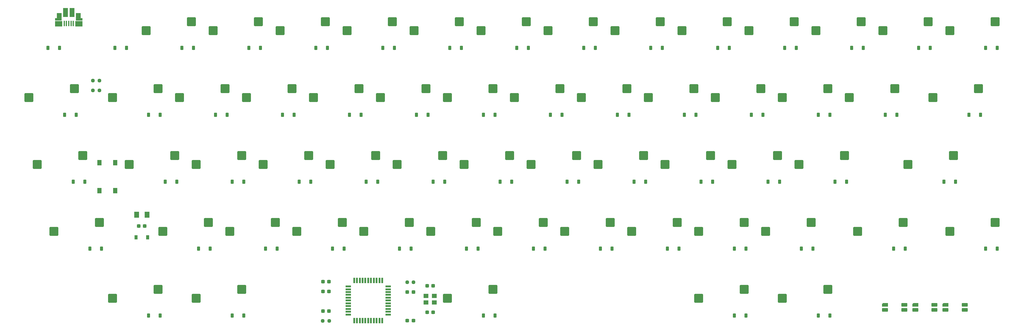
<source format=gbr>
%TF.GenerationSoftware,KiCad,Pcbnew,(6.0.1)*%
%TF.CreationDate,2022-02-05T13:44:01+09:00*%
%TF.ProjectId,yuiop60hh5,7975696f-7036-4306-9868-352e6b696361,5*%
%TF.SameCoordinates,Original*%
%TF.FileFunction,Paste,Bot*%
%TF.FilePolarity,Positive*%
%FSLAX46Y46*%
G04 Gerber Fmt 4.6, Leading zero omitted, Abs format (unit mm)*
G04 Created by KiCad (PCBNEW (6.0.1)) date 2022-02-05 13:44:01*
%MOMM*%
%LPD*%
G01*
G04 APERTURE LIST*
G04 Aperture macros list*
%AMRoundRect*
0 Rectangle with rounded corners*
0 $1 Rounding radius*
0 $2 $3 $4 $5 $6 $7 $8 $9 X,Y pos of 4 corners*
0 Add a 4 corners polygon primitive as box body*
4,1,4,$2,$3,$4,$5,$6,$7,$8,$9,$2,$3,0*
0 Add four circle primitives for the rounded corners*
1,1,$1+$1,$2,$3*
1,1,$1+$1,$4,$5*
1,1,$1+$1,$6,$7*
1,1,$1+$1,$8,$9*
0 Add four rect primitives between the rounded corners*
20,1,$1+$1,$2,$3,$4,$5,0*
20,1,$1+$1,$4,$5,$6,$7,0*
20,1,$1+$1,$6,$7,$8,$9,0*
20,1,$1+$1,$8,$9,$2,$3,0*%
%AMOutline5P*
0 Free polygon, 5 corners , with rotation*
0 The origin of the aperture is its center*
0 number of corners: always 5*
0 $1 to $10 corner X, Y*
0 $11 Rotation angle, in degrees counterclockwise*
0 create outline with 5 corners*
4,1,5,$1,$2,$3,$4,$5,$6,$7,$8,$9,$10,$1,$2,$11*%
%AMOutline6P*
0 Free polygon, 6 corners , with rotation*
0 The origin of the aperture is its center*
0 number of corners: always 6*
0 $1 to $12 corner X, Y*
0 $13 Rotation angle, in degrees counterclockwise*
0 create outline with 6 corners*
4,1,6,$1,$2,$3,$4,$5,$6,$7,$8,$9,$10,$11,$12,$1,$2,$13*%
%AMOutline7P*
0 Free polygon, 7 corners , with rotation*
0 The origin of the aperture is its center*
0 number of corners: always 7*
0 $1 to $14 corner X, Y*
0 $15 Rotation angle, in degrees counterclockwise*
0 create outline with 7 corners*
4,1,7,$1,$2,$3,$4,$5,$6,$7,$8,$9,$10,$11,$12,$13,$14,$1,$2,$15*%
%AMOutline8P*
0 Free polygon, 8 corners , with rotation*
0 The origin of the aperture is its center*
0 number of corners: always 8*
0 $1 to $16 corner X, Y*
0 $17 Rotation angle, in degrees counterclockwise*
0 create outline with 8 corners*
4,1,8,$1,$2,$3,$4,$5,$6,$7,$8,$9,$10,$11,$12,$13,$14,$15,$16,$1,$2,$17*%
G04 Aperture macros list end*
%ADD10RoundRect,0.200000X-0.650000X-0.300000X0.650000X-0.300000X0.650000X0.300000X-0.650000X0.300000X0*%
%ADD11Outline5P,-0.850000X0.170000X-0.520000X0.500000X0.850000X0.500000X0.850000X-0.500000X-0.850000X-0.500000X0.000000*%
%ADD12RoundRect,0.225000X-0.225000X-0.375000X0.225000X-0.375000X0.225000X0.375000X-0.225000X0.375000X0*%
%ADD13RoundRect,0.250000X-1.025000X-1.000000X1.025000X-1.000000X1.025000X1.000000X-1.025000X1.000000X0*%
%ADD14R,0.550000X1.500000*%
%ADD15R,1.500000X0.550000*%
%ADD16RoundRect,0.237500X0.300000X0.237500X-0.300000X0.237500X-0.300000X-0.237500X0.300000X-0.237500X0*%
%ADD17R,0.400000X1.650000*%
%ADD18R,2.000000X1.500000*%
%ADD19R,1.350000X2.000000*%
%ADD20R,1.430000X2.500000*%
%ADD21R,1.825000X0.700000*%
%ADD22R,1.300000X1.550000*%
%ADD23RoundRect,0.237500X0.250000X0.237500X-0.250000X0.237500X-0.250000X-0.237500X0.250000X-0.237500X0*%
%ADD24RoundRect,0.237500X-0.250000X-0.237500X0.250000X-0.237500X0.250000X0.237500X-0.250000X0.237500X0*%
%ADD25RoundRect,0.237500X-0.300000X-0.237500X0.300000X-0.237500X0.300000X0.237500X-0.300000X0.237500X0*%
%ADD26R,1.400000X1.200000*%
%ADD27R,0.900000X1.200000*%
%ADD28RoundRect,0.250000X0.462500X0.625000X-0.462500X0.625000X-0.462500X-0.625000X0.462500X-0.625000X0*%
G04 APERTURE END LIST*
D10*
%TO.C,LED1*%
X325860000Y-186141000D03*
X325860000Y-184741000D03*
D11*
X320360000Y-184741000D03*
D10*
X320360000Y-186141000D03*
%TD*%
%TO.C,LED2*%
X334427000Y-186141000D03*
X334427000Y-184741000D03*
D11*
X328927000Y-184741000D03*
D10*
X328927000Y-186141000D03*
%TD*%
D12*
%TO.C,D47*%
X182275000Y-168741250D03*
X185575000Y-168741250D03*
%TD*%
%TO.C,D44*%
X125125000Y-168741250D03*
X128425000Y-168741250D03*
%TD*%
%TO.C,D42*%
X337056250Y-149691250D03*
X340356250Y-149691250D03*
%TD*%
%TO.C,D35*%
X191800000Y-149691250D03*
X195100000Y-149691250D03*
%TD*%
%TO.C,D41*%
X306100000Y-149691250D03*
X309400000Y-149691250D03*
%TD*%
%TO.C,D40*%
X287050000Y-149691250D03*
X290350000Y-149691250D03*
%TD*%
%TO.C,D38*%
X248950000Y-149691250D03*
X252250000Y-149691250D03*
%TD*%
%TO.C,D49*%
X220375000Y-168741250D03*
X223675000Y-168741250D03*
%TD*%
%TO.C,D52*%
X277525000Y-168741250D03*
X280825000Y-168741250D03*
%TD*%
%TO.C,D59*%
X277525000Y-187791000D03*
X280825000Y-187791000D03*
%TD*%
%TO.C,D53*%
X296575000Y-168741250D03*
X299875000Y-168741250D03*
%TD*%
%TO.C,D58*%
X206087500Y-187791000D03*
X209387500Y-187791000D03*
%TD*%
%TO.C,D57*%
X134650000Y-187791000D03*
X137950000Y-187791000D03*
%TD*%
%TO.C,D50*%
X239425000Y-168741250D03*
X242725000Y-168741250D03*
%TD*%
%TO.C,D56*%
X110837500Y-187791000D03*
X114137500Y-187791000D03*
%TD*%
%TO.C,D43*%
X94168750Y-168741250D03*
X97468750Y-168741250D03*
%TD*%
%TO.C,D55*%
X348962500Y-168741250D03*
X352262500Y-168741250D03*
%TD*%
%TO.C,D54*%
X322768750Y-168741250D03*
X326068750Y-168741250D03*
%TD*%
%TO.C,D51*%
X258475000Y-168741250D03*
X261775000Y-168741250D03*
%TD*%
%TO.C,D46*%
X163225000Y-168741250D03*
X166525000Y-168741250D03*
%TD*%
%TO.C,D45*%
X144175000Y-168741250D03*
X147475000Y-168741250D03*
%TD*%
%TO.C,D39*%
X268000000Y-149691250D03*
X271300000Y-149691250D03*
%TD*%
%TO.C,D37*%
X229900000Y-149691250D03*
X233200000Y-149691250D03*
%TD*%
%TO.C,D30*%
X89406250Y-149691250D03*
X92706250Y-149691250D03*
%TD*%
%TO.C,D22*%
X206087500Y-130641250D03*
X209387500Y-130641250D03*
%TD*%
%TO.C,D15*%
X348962500Y-111591250D03*
X352262500Y-111591250D03*
%TD*%
%TO.C,D12*%
X291812500Y-111591250D03*
X295112500Y-111591250D03*
%TD*%
%TO.C,D21*%
X187037500Y-130641250D03*
X190337500Y-130641250D03*
%TD*%
%TO.C,D20*%
X167987500Y-130641250D03*
X171287500Y-130641250D03*
%TD*%
%TO.C,D3*%
X120362000Y-111591250D03*
X123662000Y-111591250D03*
%TD*%
%TO.C,D13*%
X310862500Y-111591250D03*
X314162500Y-111591250D03*
%TD*%
%TO.C,D27*%
X301337500Y-130641250D03*
X304637500Y-130641250D03*
%TD*%
%TO.C,D7*%
X196562500Y-111591250D03*
X199862500Y-111591250D03*
%TD*%
%TO.C,D5*%
X158462500Y-111591250D03*
X161762500Y-111591250D03*
%TD*%
%TO.C,D23*%
X225137500Y-130641250D03*
X228437500Y-130641250D03*
%TD*%
%TO.C,D25*%
X263237500Y-130641250D03*
X266537500Y-130641250D03*
%TD*%
%TO.C,D18*%
X129887500Y-130641250D03*
X133187500Y-130641250D03*
%TD*%
%TO.C,D31*%
X115600000Y-149691250D03*
X118900000Y-149691250D03*
%TD*%
%TO.C,D16*%
X87025000Y-130641250D03*
X90325000Y-130641250D03*
%TD*%
%TO.C,D24*%
X244187500Y-130641250D03*
X247487500Y-130641250D03*
%TD*%
%TO.C,D2*%
X101312500Y-111591250D03*
X104612500Y-111591250D03*
%TD*%
%TO.C,D19*%
X148937500Y-130641250D03*
X152237500Y-130641250D03*
%TD*%
%TO.C,D11*%
X272762500Y-111591250D03*
X276062500Y-111591250D03*
%TD*%
%TO.C,D1*%
X82262500Y-111591250D03*
X85562500Y-111591250D03*
%TD*%
%TO.C,D8*%
X215613000Y-111591250D03*
X218913000Y-111591250D03*
%TD*%
%TO.C,D10*%
X253712500Y-111591250D03*
X257012500Y-111591250D03*
%TD*%
%TO.C,D4*%
X139412500Y-111591250D03*
X142712500Y-111591250D03*
%TD*%
%TO.C,D32*%
X134650000Y-149691250D03*
X137950000Y-149691250D03*
%TD*%
%TO.C,D28*%
X320387500Y-130641250D03*
X323687500Y-130641250D03*
%TD*%
%TO.C,D26*%
X282287500Y-130641250D03*
X285587500Y-130641250D03*
%TD*%
%TO.C,D6*%
X177512500Y-111591250D03*
X180812500Y-111591250D03*
%TD*%
%TO.C,D14*%
X329912500Y-111591250D03*
X333212500Y-111591250D03*
%TD*%
%TO.C,D33*%
X153700000Y-149691250D03*
X157000000Y-149691250D03*
%TD*%
%TO.C,D34*%
X172750000Y-149691250D03*
X176050000Y-149691250D03*
%TD*%
%TO.C,D29*%
X344200000Y-130641250D03*
X347500000Y-130641250D03*
%TD*%
%TO.C,D17*%
X110837500Y-130641250D03*
X114137500Y-130641250D03*
%TD*%
%TO.C,D36*%
X210850000Y-149691250D03*
X214150000Y-149691250D03*
%TD*%
D13*
%TO.C,KSW3*%
X110165000Y-106670000D03*
X123092000Y-104130000D03*
%TD*%
%TO.C,KSW4*%
X129215000Y-106670000D03*
X142142000Y-104130000D03*
%TD*%
%TO.C,KSW5*%
X148265000Y-106670000D03*
X161192000Y-104130000D03*
%TD*%
%TO.C,KSW6*%
X167315000Y-106670000D03*
X180242000Y-104130000D03*
%TD*%
%TO.C,KSW7*%
X186365000Y-106670000D03*
X199292000Y-104130000D03*
%TD*%
%TO.C,KSW8*%
X205415000Y-106670000D03*
X218342000Y-104130000D03*
%TD*%
%TO.C,KSW9*%
X224465000Y-106670000D03*
X237392000Y-104130000D03*
%TD*%
%TO.C,KSW10*%
X243515000Y-106670000D03*
X256442000Y-104130000D03*
%TD*%
%TO.C,KSW11*%
X262565000Y-106670000D03*
X275492000Y-104130000D03*
%TD*%
%TO.C,KSW12*%
X281615000Y-106670000D03*
X294542000Y-104130000D03*
%TD*%
%TO.C,KSW14*%
X319715000Y-106670000D03*
X332642000Y-104130000D03*
%TD*%
%TO.C,KSW15*%
X338765000Y-106670000D03*
X351692000Y-104130000D03*
%TD*%
%TO.C,KSW16*%
X76827500Y-125720000D03*
X89754500Y-123180000D03*
%TD*%
%TO.C,KSW17*%
X100640000Y-125720000D03*
X113567000Y-123180000D03*
%TD*%
%TO.C,KSW18*%
X119690000Y-125720000D03*
X132617000Y-123180000D03*
%TD*%
%TO.C,KSW19*%
X138740000Y-125720000D03*
X151667000Y-123180000D03*
%TD*%
%TO.C,KSW20*%
X157790000Y-125720000D03*
X170717000Y-123180000D03*
%TD*%
%TO.C,KSW21*%
X176840000Y-125720000D03*
X189767000Y-123180000D03*
%TD*%
%TO.C,KSW22*%
X195890000Y-125720000D03*
X208817000Y-123180000D03*
%TD*%
%TO.C,KSW23*%
X214940000Y-125720000D03*
X227867000Y-123180000D03*
%TD*%
%TO.C,KSW24*%
X233990000Y-125720000D03*
X246917000Y-123180000D03*
%TD*%
%TO.C,KSW25*%
X253040000Y-125720000D03*
X265967000Y-123180000D03*
%TD*%
%TO.C,KSW26*%
X272090000Y-125720000D03*
X285017000Y-123180000D03*
%TD*%
%TO.C,KSW27*%
X291140000Y-125720000D03*
X304067000Y-123180000D03*
%TD*%
%TO.C,KSW28*%
X310190000Y-125720000D03*
X323117000Y-123180000D03*
%TD*%
%TO.C,KSW29*%
X334002000Y-125720000D03*
X346929000Y-123180000D03*
%TD*%
%TO.C,KSW30*%
X79208800Y-144770000D03*
X92135800Y-142230000D03*
%TD*%
%TO.C,KSW31*%
X105402000Y-144770000D03*
X118329000Y-142230000D03*
%TD*%
%TO.C,KSW32*%
X124452000Y-144770000D03*
X137379000Y-142230000D03*
%TD*%
%TO.C,KSW33*%
X143502000Y-144770000D03*
X156429000Y-142230000D03*
%TD*%
%TO.C,KSW34*%
X162552000Y-144770000D03*
X175479000Y-142230000D03*
%TD*%
%TO.C,KSW35*%
X181602000Y-144770000D03*
X194529000Y-142230000D03*
%TD*%
%TO.C,KSW36*%
X200652000Y-144770000D03*
X213579000Y-142230000D03*
%TD*%
%TO.C,KSW37*%
X219702000Y-144770000D03*
X232629000Y-142230000D03*
%TD*%
%TO.C,KSW38*%
X238752000Y-144770000D03*
X251679000Y-142230000D03*
%TD*%
%TO.C,KSW39*%
X257802000Y-144770000D03*
X270729000Y-142230000D03*
%TD*%
%TO.C,KSW40*%
X276852000Y-144770000D03*
X289779000Y-142230000D03*
%TD*%
%TO.C,KSW41*%
X295902000Y-144770000D03*
X308829000Y-142230000D03*
%TD*%
%TO.C,KSW42*%
X326859000Y-144770000D03*
X339786000Y-142230000D03*
%TD*%
%TO.C,KSW43*%
X83970700Y-163820000D03*
X96897700Y-161280000D03*
%TD*%
%TO.C,KSW44*%
X114928000Y-163820000D03*
X127855000Y-161280000D03*
%TD*%
%TO.C,KSW45*%
X133978000Y-163820000D03*
X146905000Y-161280000D03*
%TD*%
%TO.C,KSW46*%
X153028000Y-163820000D03*
X165955000Y-161280000D03*
%TD*%
%TO.C,KSW47*%
X172078000Y-163820000D03*
X185005000Y-161280000D03*
%TD*%
%TO.C,KSW50*%
X229228000Y-163820000D03*
X242155000Y-161280000D03*
%TD*%
%TO.C,KSW51*%
X248278000Y-163820000D03*
X261205000Y-161280000D03*
%TD*%
%TO.C,KSW52*%
X267328000Y-163820000D03*
X280255000Y-161280000D03*
%TD*%
%TO.C,KSW53*%
X286378000Y-163820000D03*
X299305000Y-161280000D03*
%TD*%
%TO.C,KSW54*%
X312571000Y-163820000D03*
X325498000Y-161280000D03*
%TD*%
%TO.C,KSW55*%
X338765000Y-163820000D03*
X351692000Y-161280000D03*
%TD*%
%TO.C,KSW56*%
X100640000Y-182870000D03*
X113567000Y-180330000D03*
%TD*%
%TO.C,KSW57*%
X124452000Y-182870000D03*
X137379000Y-180330000D03*
%TD*%
%TO.C,KSW58*%
X195890000Y-182870000D03*
X208817000Y-180330000D03*
%TD*%
%TO.C,KSW60*%
X291140000Y-182870000D03*
X304067000Y-180330000D03*
%TD*%
D10*
%TO.C,LED3*%
X342993000Y-186141000D03*
X342993000Y-184741000D03*
D11*
X337493000Y-184741000D03*
D10*
X337493000Y-186141000D03*
%TD*%
D12*
%TO.C,D60*%
X301337500Y-187791250D03*
X304637500Y-187791250D03*
%TD*%
%TO.C,D48*%
X201325000Y-168741250D03*
X204625000Y-168741250D03*
%TD*%
%TO.C,D9*%
X234662500Y-111591250D03*
X237962500Y-111591250D03*
%TD*%
D13*
%TO.C,KSW13*%
X300665000Y-106670000D03*
X313592000Y-104130000D03*
%TD*%
%TO.C,KSW59*%
X267328000Y-182870000D03*
X280255000Y-180330000D03*
%TD*%
%TO.C,KSW48*%
X191128000Y-163820000D03*
X204055000Y-161280000D03*
%TD*%
%TO.C,KSW49*%
X210178000Y-163820000D03*
X223105000Y-161280000D03*
%TD*%
D14*
%TO.C,U1*%
X169343000Y-177774000D03*
X170143000Y-177774000D03*
X170943000Y-177774000D03*
X171743000Y-177774000D03*
X172543000Y-177774000D03*
X173343000Y-177774000D03*
X174143000Y-177774000D03*
X174943000Y-177774000D03*
X175743000Y-177774000D03*
X176543000Y-177774000D03*
X177343000Y-177774000D03*
D15*
X179043000Y-179474000D03*
X179043000Y-180274000D03*
X179043000Y-181074000D03*
X179043000Y-181874000D03*
X179043000Y-182674000D03*
X179043000Y-183474000D03*
X179043000Y-184274000D03*
X179043000Y-185074000D03*
X179043000Y-185874000D03*
X179043000Y-186674000D03*
X179043000Y-187474000D03*
D14*
X177343000Y-189174000D03*
X176543000Y-189174000D03*
X175743000Y-189174000D03*
X174943000Y-189174000D03*
X174143000Y-189174000D03*
X173343000Y-189174000D03*
X172543000Y-189174000D03*
X171743000Y-189174000D03*
X170943000Y-189174000D03*
X170143000Y-189174000D03*
X169343000Y-189174000D03*
D15*
X167643000Y-187474000D03*
X167643000Y-186674000D03*
X167643000Y-185874000D03*
X167643000Y-185074000D03*
X167643000Y-184274000D03*
X167643000Y-183474000D03*
X167643000Y-182674000D03*
X167643000Y-181874000D03*
X167643000Y-181074000D03*
X167643000Y-180274000D03*
X167643000Y-179474000D03*
%TD*%
D16*
%TO.C,C2*%
X191805500Y-186874000D03*
X190080500Y-186874000D03*
%TD*%
D17*
%TO.C,J1*%
X86875000Y-104600000D03*
X87525000Y-104600000D03*
X88175000Y-104600000D03*
X88825000Y-104600000D03*
X89475000Y-104600000D03*
D18*
X85325000Y-104700000D03*
D19*
X85445000Y-102650000D03*
D20*
X89135000Y-101450000D03*
D18*
X91075000Y-104720000D03*
D20*
X87215000Y-101450000D03*
D19*
X90925000Y-102650000D03*
D21*
X91175000Y-103400000D03*
X85225000Y-103400000D03*
%TD*%
D22*
%TO.C,RSW1*%
X101400000Y-152175000D03*
X101400000Y-144225000D03*
X96900000Y-144225000D03*
X96900000Y-152175000D03*
%TD*%
D23*
%TO.C,R1*%
X186255500Y-178274000D03*
X184430500Y-178274000D03*
%TD*%
D24*
%TO.C,R2*%
X160430500Y-189274000D03*
X162255500Y-189274000D03*
%TD*%
D25*
%TO.C,C4*%
X184480500Y-181074000D03*
X186205500Y-181074000D03*
%TD*%
%TO.C,C1*%
X190080500Y-179274000D03*
X191805500Y-179274000D03*
%TD*%
D26*
%TO.C,X1*%
X189743000Y-182143000D03*
X192143000Y-182143000D03*
X192143000Y-184043000D03*
X189743000Y-184043000D03*
%TD*%
D16*
%TO.C,C6*%
X162205500Y-180874000D03*
X160480500Y-180874000D03*
%TD*%
%TO.C,C7*%
X109805500Y-162274000D03*
X108080500Y-162274000D03*
%TD*%
D27*
%TO.C,D0*%
X110593000Y-165474000D03*
X107293000Y-165474000D03*
%TD*%
D23*
%TO.C,R4*%
X96855500Y-123674000D03*
X95030500Y-123674000D03*
%TD*%
%TO.C,R3*%
X96855500Y-120874000D03*
X95030500Y-120874000D03*
%TD*%
D28*
%TO.C,F1*%
X110430500Y-159074000D03*
X107455500Y-159074000D03*
%TD*%
D25*
%TO.C,C8*%
X160480500Y-178074000D03*
X162205500Y-178074000D03*
%TD*%
D16*
%TO.C,C5*%
X162205500Y-186474000D03*
X160480500Y-186474000D03*
%TD*%
D25*
%TO.C,C3*%
X184480500Y-189189000D03*
X186205500Y-189189000D03*
%TD*%
M02*

</source>
